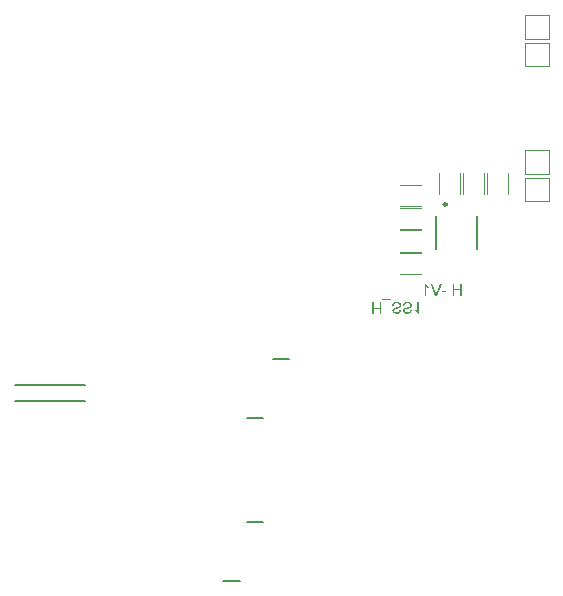
<source format=gbr>
%TF.GenerationSoftware,Altium Limited,Altium Designer,22.9.1 (49)*%
G04 Layer_Color=32896*
%FSLAX45Y45*%
%MOMM*%
%TF.SameCoordinates,B7DE9D22-2107-43EB-A15B-9EDAE082944A*%
%TF.FilePolarity,Positive*%
%TF.FileFunction,Legend,Bot*%
%TF.Part,Single*%
G01*
G75*
%TA.AperFunction,NonConductor*%
%ADD67C,0.25000*%
%ADD68C,0.20000*%
%ADD69C,0.10000*%
G36*
X6425234Y7525078D02*
X6426784Y7522822D01*
X6428617Y7520567D01*
X6430308Y7518593D01*
X6432000Y7516901D01*
X6433269Y7515492D01*
X6433833Y7515069D01*
X6434256Y7514646D01*
X6434397Y7514505D01*
X6434538Y7514364D01*
X6437498Y7511967D01*
X6440458Y7509712D01*
X6443278Y7507738D01*
X6446097Y7506188D01*
X6448494Y7504778D01*
X6449480Y7504214D01*
X6450326Y7503791D01*
X6451031Y7503368D01*
X6451595Y7503227D01*
X6451877Y7502945D01*
X6452018D01*
Y7491386D01*
X6449903Y7492232D01*
X6447789Y7493218D01*
X6445674Y7494205D01*
X6443701Y7495192D01*
X6442009Y7496038D01*
X6440599Y7496743D01*
X6439753Y7497307D01*
X6439612Y7497448D01*
X6439472D01*
X6436934Y7498998D01*
X6434679Y7500549D01*
X6432705Y7501959D01*
X6431154Y7503227D01*
X6429745Y7504214D01*
X6428899Y7505060D01*
X6428194Y7505624D01*
X6428053Y7505765D01*
Y7429500D01*
X6416070D01*
Y7527474D01*
X6423824D01*
X6425234Y7525078D01*
D02*
G37*
G36*
X6728460Y7429500D02*
X6715491D01*
Y7475456D01*
X6665023D01*
Y7429500D01*
X6652054D01*
Y7527051D01*
X6665023D01*
Y7487016D01*
X6715491D01*
Y7527051D01*
X6728460D01*
Y7429500D01*
D02*
G37*
G36*
X6598909Y7458822D02*
X6561833D01*
Y7470804D01*
X6598909D01*
Y7458822D01*
D02*
G37*
G36*
X6519542Y7429500D02*
X6506009D01*
X6467947Y7527051D01*
X6481058D01*
X6507560Y7456143D01*
X6508688Y7453183D01*
X6509675Y7450364D01*
X6510520Y7447685D01*
X6511225Y7445289D01*
X6511930Y7443174D01*
X6512353Y7441623D01*
X6512494Y7441060D01*
X6512635Y7440637D01*
X6512776Y7440355D01*
Y7440214D01*
X6514468Y7445853D01*
X6515313Y7448531D01*
X6516159Y7450927D01*
X6516864Y7453042D01*
X6517146Y7453888D01*
X6517287Y7454734D01*
X6517569Y7455298D01*
X6517710Y7455720D01*
X6517851Y7456002D01*
Y7456143D01*
X6543225Y7527051D01*
X6557322D01*
X6519542Y7429500D01*
D02*
G37*
G36*
X6133653Y7395501D02*
X6054287D01*
Y7404100D01*
X6133653D01*
Y7395501D01*
D02*
G37*
G36*
X6045406Y7279483D02*
X6032437D01*
Y7319518D01*
X5981969D01*
Y7279483D01*
X5969000D01*
Y7377034D01*
X5981969D01*
Y7331078D01*
X6032437D01*
Y7377034D01*
X6045406D01*
Y7279483D01*
D02*
G37*
G36*
X6364844Y7279060D02*
X6357090D01*
X6355681Y7281456D01*
X6354130Y7283712D01*
X6352297Y7285967D01*
X6350606Y7287941D01*
X6348914Y7289632D01*
X6347645Y7291042D01*
X6347082Y7291465D01*
X6346659Y7291888D01*
X6346518Y7292029D01*
X6346377Y7292170D01*
X6343416Y7294566D01*
X6340456Y7296822D01*
X6337637Y7298795D01*
X6334817Y7300346D01*
X6332421Y7301756D01*
X6331434Y7302320D01*
X6330588Y7302743D01*
X6329883Y7303165D01*
X6329319Y7303306D01*
X6329037Y7303588D01*
X6328896D01*
Y7315148D01*
X6331011Y7314302D01*
X6333126Y7313315D01*
X6335240Y7312329D01*
X6337214Y7311342D01*
X6338905Y7310496D01*
X6340315Y7309791D01*
X6341161Y7309227D01*
X6341302Y7309086D01*
X6341443D01*
X6343980Y7307536D01*
X6346236Y7305985D01*
X6348209Y7304575D01*
X6349760Y7303306D01*
X6351170Y7302320D01*
X6352015Y7301474D01*
X6352720Y7300910D01*
X6352861Y7300769D01*
Y7377034D01*
X6364844D01*
Y7279060D01*
D02*
G37*
G36*
X6274623Y7378584D02*
X6278147Y7378162D01*
X6281390Y7377457D01*
X6284068Y7376752D01*
X6286323Y7376188D01*
X6287310Y7375765D01*
X6288156Y7375483D01*
X6288720Y7375201D01*
X6289143Y7375060D01*
X6289425Y7374919D01*
X6289566D01*
X6292526Y7373369D01*
X6295064Y7371677D01*
X6297319Y7369844D01*
X6299152Y7368153D01*
X6300561Y7366743D01*
X6301548Y7365474D01*
X6302253Y7364628D01*
X6302394Y7364487D01*
Y7364346D01*
X6303945Y7361668D01*
X6305072Y7359131D01*
X6305777Y7356734D01*
X6306341Y7354479D01*
X6306623Y7352505D01*
X6306905Y7350954D01*
Y7350390D01*
Y7349968D01*
Y7349827D01*
Y7349686D01*
X6306764Y7346866D01*
X6306341Y7344188D01*
X6305636Y7341791D01*
X6304932Y7339818D01*
X6304086Y7338126D01*
X6303522Y7336857D01*
X6302958Y7336152D01*
X6302817Y7335871D01*
X6301125Y7333756D01*
X6299152Y7331782D01*
X6297037Y7330091D01*
X6294923Y7328540D01*
X6293090Y7327412D01*
X6291539Y7326566D01*
X6290975Y7326285D01*
X6290553Y7326003D01*
X6290271Y7325862D01*
X6290130D01*
X6289002Y7325298D01*
X6287592Y7324875D01*
X6286042Y7324311D01*
X6284350Y7323747D01*
X6280826Y7322760D01*
X6277160Y7321774D01*
X6275469Y7321351D01*
X6273918Y7320928D01*
X6272367Y7320505D01*
X6271099Y7320223D01*
X6270112Y7319941D01*
X6269266Y7319800D01*
X6268702Y7319659D01*
X6268561D01*
X6265742Y7318954D01*
X6263204Y7318390D01*
X6260949Y7317685D01*
X6258975Y7317122D01*
X6257143Y7316417D01*
X6255592Y7315853D01*
X6254182Y7315289D01*
X6252914Y7314866D01*
X6251927Y7314302D01*
X6251081Y7313879D01*
X6250517Y7313597D01*
X6249953Y7313174D01*
X6249248Y7312751D01*
X6249107Y7312610D01*
X6247839Y7311201D01*
X6246993Y7309791D01*
X6246288Y7308381D01*
X6245865Y7306972D01*
X6245583Y7305844D01*
X6245442Y7304857D01*
Y7304293D01*
Y7304011D01*
X6245724Y7301756D01*
X6246288Y7299782D01*
X6247134Y7298091D01*
X6248121Y7296540D01*
X6248966Y7295412D01*
X6249812Y7294425D01*
X6250376Y7293861D01*
X6250658Y7293720D01*
X6251786Y7293016D01*
X6252914Y7292311D01*
X6255592Y7291183D01*
X6258411Y7290478D01*
X6261231Y7289914D01*
X6263768Y7289632D01*
X6264896Y7289491D01*
X6265742Y7289350D01*
X6267715D01*
X6271663Y7289491D01*
X6275187Y7290055D01*
X6278006Y7290901D01*
X6280403Y7291747D01*
X6282235Y7292593D01*
X6283645Y7293439D01*
X6284350Y7294002D01*
X6284632Y7294143D01*
X6286605Y7296117D01*
X6288156Y7298232D01*
X6289425Y7300487D01*
X6290271Y7302743D01*
X6290835Y7304857D01*
X6291257Y7306408D01*
X6291398Y7307113D01*
X6291539Y7307536D01*
Y7307817D01*
Y7307958D01*
X6303945Y7306972D01*
X6303663Y7303870D01*
X6302958Y7301051D01*
X6302253Y7298373D01*
X6301266Y7296117D01*
X6300420Y7294284D01*
X6299716Y7292875D01*
X6299434Y7292452D01*
X6299152Y7292029D01*
X6299011Y7291888D01*
Y7291747D01*
X6297178Y7289350D01*
X6295205Y7287236D01*
X6293090Y7285403D01*
X6290975Y7283994D01*
X6289143Y7282725D01*
X6287733Y7282020D01*
X6287169Y7281738D01*
X6286746Y7281456D01*
X6286464Y7281315D01*
X6286323D01*
X6283222Y7280187D01*
X6279839Y7279342D01*
X6276738Y7278637D01*
X6273777Y7278214D01*
X6271099Y7277932D01*
X6270112D01*
X6269125Y7277791D01*
X6267293D01*
X6263627Y7277932D01*
X6260385Y7278355D01*
X6257284Y7278919D01*
X6254605Y7279483D01*
X6252491Y7280046D01*
X6251504Y7280328D01*
X6250799Y7280610D01*
X6250235Y7280892D01*
X6249812Y7281033D01*
X6249530Y7281174D01*
X6249389D01*
X6246570Y7282584D01*
X6244032Y7284135D01*
X6241918Y7285826D01*
X6240226Y7287377D01*
X6238958Y7288787D01*
X6237971Y7289914D01*
X6237266Y7290760D01*
X6237125Y7290901D01*
Y7291042D01*
X6235715Y7293439D01*
X6234728Y7295835D01*
X6234024Y7298232D01*
X6233601Y7300346D01*
X6233319Y7302179D01*
X6233037Y7303588D01*
Y7304152D01*
Y7304575D01*
Y7304716D01*
Y7304857D01*
X6233178Y7307254D01*
X6233601Y7309509D01*
X6234165Y7311624D01*
X6234728Y7313456D01*
X6235292Y7314866D01*
X6235856Y7315994D01*
X6236279Y7316699D01*
X6236420Y7316981D01*
X6237830Y7318954D01*
X6239521Y7320787D01*
X6241213Y7322337D01*
X6242905Y7323606D01*
X6244314Y7324734D01*
X6245583Y7325439D01*
X6246429Y7326003D01*
X6246570Y7326144D01*
X6246711D01*
X6247839Y7326707D01*
X6249107Y7327271D01*
X6251927Y7328258D01*
X6255169Y7329245D01*
X6258270Y7330232D01*
X6261090Y7331078D01*
X6262359Y7331359D01*
X6263486Y7331641D01*
X6264332Y7331923D01*
X6265037Y7332064D01*
X6265460Y7332205D01*
X6265601D01*
X6267997Y7332769D01*
X6270253Y7333333D01*
X6272226Y7333897D01*
X6273918Y7334320D01*
X6275610Y7334743D01*
X6277019Y7335166D01*
X6278288Y7335448D01*
X6279275Y7335871D01*
X6280262Y7336152D01*
X6280967Y7336293D01*
X6282094Y7336716D01*
X6282799Y7336857D01*
X6282940Y7336998D01*
X6285055Y7337844D01*
X6286887Y7338831D01*
X6288438Y7339818D01*
X6289566Y7340663D01*
X6290553Y7341509D01*
X6291116Y7342073D01*
X6291539Y7342496D01*
X6291680Y7342637D01*
X6292667Y7343906D01*
X6293372Y7345316D01*
X6293795Y7346725D01*
X6294218Y7347853D01*
X6294359Y7348981D01*
X6294500Y7349827D01*
Y7350531D01*
Y7350672D01*
X6294359Y7352364D01*
X6294077Y7353915D01*
X6293654Y7355324D01*
X6293090Y7356452D01*
X6292526Y7357580D01*
X6292103Y7358285D01*
X6291821Y7358849D01*
X6291680Y7358990D01*
X6290553Y7360399D01*
X6289143Y7361527D01*
X6287733Y7362514D01*
X6286464Y7363501D01*
X6285196Y7364065D01*
X6284209Y7364628D01*
X6283504Y7364910D01*
X6283222Y7365051D01*
X6281108Y7365756D01*
X6278852Y7366320D01*
X6276597Y7366602D01*
X6274623Y7366884D01*
X6272931Y7367025D01*
X6271522Y7367166D01*
X6270253D01*
X6267152Y7367025D01*
X6264332Y7366743D01*
X6261795Y7366320D01*
X6259539Y7365756D01*
X6257707Y7365192D01*
X6256297Y7364769D01*
X6255874Y7364628D01*
X6255451Y7364487D01*
X6255310Y7364346D01*
X6255169D01*
X6252914Y7363219D01*
X6250799Y7361950D01*
X6249248Y7360681D01*
X6247839Y7359413D01*
X6246711Y7358426D01*
X6246006Y7357439D01*
X6245583Y7356875D01*
X6245442Y7356734D01*
X6244455Y7354901D01*
X6243469Y7352928D01*
X6242905Y7350813D01*
X6242341Y7348981D01*
X6241918Y7347148D01*
X6241636Y7345879D01*
Y7345316D01*
X6241495Y7344893D01*
Y7344752D01*
Y7344611D01*
X6229372Y7345738D01*
X6229654Y7349263D01*
X6230217Y7352646D01*
X6231063Y7355606D01*
X6232050Y7358285D01*
X6233037Y7360399D01*
X6233460Y7361245D01*
X6233742Y7361950D01*
X6234165Y7362514D01*
X6234306Y7362937D01*
X6234587Y7363219D01*
Y7363360D01*
X6236702Y7366038D01*
X6238958Y7368435D01*
X6241354Y7370408D01*
X6243610Y7372100D01*
X6245583Y7373369D01*
X6247275Y7374214D01*
X6247839Y7374496D01*
X6248262Y7374778D01*
X6248544Y7374919D01*
X6248684D01*
X6252209Y7376188D01*
X6255874Y7377175D01*
X6259539Y7377739D01*
X6263063Y7378302D01*
X6264755Y7378443D01*
X6266165Y7378584D01*
X6267433D01*
X6268561Y7378725D01*
X6270817D01*
X6274623Y7378584D01*
D02*
G37*
G36*
X6183697D02*
X6187222Y7378162D01*
X6190464Y7377457D01*
X6193142Y7376752D01*
X6195398Y7376188D01*
X6196385Y7375765D01*
X6197230Y7375483D01*
X6197794Y7375201D01*
X6198217Y7375060D01*
X6198499Y7374919D01*
X6198640D01*
X6201600Y7373369D01*
X6204138Y7371677D01*
X6206393Y7369844D01*
X6208226Y7368153D01*
X6209636Y7366743D01*
X6210623Y7365474D01*
X6211327Y7364628D01*
X6211468Y7364487D01*
Y7364346D01*
X6213019Y7361668D01*
X6214147Y7359131D01*
X6214852Y7356734D01*
X6215416Y7354479D01*
X6215698Y7352505D01*
X6215979Y7350954D01*
Y7350390D01*
Y7349968D01*
Y7349827D01*
Y7349686D01*
X6215838Y7346866D01*
X6215416Y7344188D01*
X6214711Y7341791D01*
X6214006Y7339818D01*
X6213160Y7338126D01*
X6212596Y7336857D01*
X6212032Y7336152D01*
X6211891Y7335871D01*
X6210200Y7333756D01*
X6208226Y7331782D01*
X6206112Y7330091D01*
X6203997Y7328540D01*
X6202164Y7327412D01*
X6200614Y7326566D01*
X6200050Y7326285D01*
X6199627Y7326003D01*
X6199345Y7325862D01*
X6199204D01*
X6198076Y7325298D01*
X6196667Y7324875D01*
X6195116Y7324311D01*
X6193424Y7323747D01*
X6189900Y7322760D01*
X6186235Y7321774D01*
X6184543Y7321351D01*
X6182992Y7320928D01*
X6181442Y7320505D01*
X6180173Y7320223D01*
X6179186Y7319941D01*
X6178340Y7319800D01*
X6177777Y7319659D01*
X6177636D01*
X6174816Y7318954D01*
X6172279Y7318390D01*
X6170023Y7317685D01*
X6168050Y7317122D01*
X6166217Y7316417D01*
X6164666Y7315853D01*
X6163257Y7315289D01*
X6161988Y7314866D01*
X6161001Y7314302D01*
X6160155Y7313879D01*
X6159591Y7313597D01*
X6159028Y7313174D01*
X6158323Y7312751D01*
X6158182Y7312610D01*
X6156913Y7311201D01*
X6156067Y7309791D01*
X6155362Y7308381D01*
X6154939Y7306972D01*
X6154657Y7305844D01*
X6154517Y7304857D01*
Y7304293D01*
Y7304011D01*
X6154798Y7301756D01*
X6155362Y7299782D01*
X6156208Y7298091D01*
X6157195Y7296540D01*
X6158041Y7295412D01*
X6158887Y7294425D01*
X6159450Y7293861D01*
X6159732Y7293720D01*
X6160860Y7293016D01*
X6161988Y7292311D01*
X6164666Y7291183D01*
X6167486Y7290478D01*
X6170305Y7289914D01*
X6172843Y7289632D01*
X6173970Y7289491D01*
X6174816Y7289350D01*
X6176790D01*
X6180737Y7289491D01*
X6184261Y7290055D01*
X6187081Y7290901D01*
X6189477Y7291747D01*
X6191310Y7292593D01*
X6192719Y7293439D01*
X6193424Y7294002D01*
X6193706Y7294143D01*
X6195680Y7296117D01*
X6197230Y7298232D01*
X6198499Y7300487D01*
X6199345Y7302743D01*
X6199909Y7304857D01*
X6200332Y7306408D01*
X6200473Y7307113D01*
X6200614Y7307536D01*
Y7307817D01*
Y7307958D01*
X6213019Y7306972D01*
X6212737Y7303870D01*
X6212032Y7301051D01*
X6211327Y7298373D01*
X6210341Y7296117D01*
X6209495Y7294284D01*
X6208790Y7292875D01*
X6208508Y7292452D01*
X6208226Y7292029D01*
X6208085Y7291888D01*
Y7291747D01*
X6206253Y7289350D01*
X6204279Y7287236D01*
X6202164Y7285403D01*
X6200050Y7283994D01*
X6198217Y7282725D01*
X6196808Y7282020D01*
X6196244Y7281738D01*
X6195821Y7281456D01*
X6195539Y7281315D01*
X6195398D01*
X6192296Y7280187D01*
X6188913Y7279342D01*
X6185812Y7278637D01*
X6182851Y7278214D01*
X6180173Y7277932D01*
X6179186D01*
X6178199Y7277791D01*
X6176367D01*
X6172702Y7277932D01*
X6169459Y7278355D01*
X6166358Y7278919D01*
X6163680Y7279483D01*
X6161565Y7280046D01*
X6160578Y7280328D01*
X6159873Y7280610D01*
X6159309Y7280892D01*
X6158887Y7281033D01*
X6158605Y7281174D01*
X6158464D01*
X6155644Y7282584D01*
X6153107Y7284135D01*
X6150992Y7285826D01*
X6149301Y7287377D01*
X6148032Y7288787D01*
X6147045Y7289914D01*
X6146340Y7290760D01*
X6146199Y7290901D01*
Y7291042D01*
X6144790Y7293439D01*
X6143803Y7295835D01*
X6143098Y7298232D01*
X6142675Y7300346D01*
X6142393Y7302179D01*
X6142111Y7303588D01*
Y7304152D01*
Y7304575D01*
Y7304716D01*
Y7304857D01*
X6142252Y7307254D01*
X6142675Y7309509D01*
X6143239Y7311624D01*
X6143803Y7313456D01*
X6144367Y7314866D01*
X6144931Y7315994D01*
X6145353Y7316699D01*
X6145494Y7316981D01*
X6146904Y7318954D01*
X6148596Y7320787D01*
X6150287Y7322337D01*
X6151979Y7323606D01*
X6153389Y7324734D01*
X6154657Y7325439D01*
X6155503Y7326003D01*
X6155644Y7326144D01*
X6155785D01*
X6156913Y7326707D01*
X6158182Y7327271D01*
X6161001Y7328258D01*
X6164243Y7329245D01*
X6167345Y7330232D01*
X6170164Y7331078D01*
X6171433Y7331359D01*
X6172561Y7331641D01*
X6173407Y7331923D01*
X6174111Y7332064D01*
X6174534Y7332205D01*
X6174675D01*
X6177072Y7332769D01*
X6179327Y7333333D01*
X6181301Y7333897D01*
X6182992Y7334320D01*
X6184684Y7334743D01*
X6186094Y7335166D01*
X6187363Y7335448D01*
X6188349Y7335871D01*
X6189336Y7336152D01*
X6190041Y7336293D01*
X6191169Y7336716D01*
X6191874Y7336857D01*
X6192015Y7336998D01*
X6194129Y7337844D01*
X6195962Y7338831D01*
X6197512Y7339818D01*
X6198640Y7340663D01*
X6199627Y7341509D01*
X6200191Y7342073D01*
X6200614Y7342496D01*
X6200755Y7342637D01*
X6201741Y7343906D01*
X6202446Y7345316D01*
X6202869Y7346725D01*
X6203292Y7347853D01*
X6203433Y7348981D01*
X6203574Y7349827D01*
Y7350531D01*
Y7350672D01*
X6203433Y7352364D01*
X6203151Y7353915D01*
X6202728Y7355324D01*
X6202164Y7356452D01*
X6201600Y7357580D01*
X6201178Y7358285D01*
X6200896Y7358849D01*
X6200755Y7358990D01*
X6199627Y7360399D01*
X6198217Y7361527D01*
X6196808Y7362514D01*
X6195539Y7363501D01*
X6194270Y7364065D01*
X6193283Y7364628D01*
X6192578Y7364910D01*
X6192296Y7365051D01*
X6190182Y7365756D01*
X6187926Y7366320D01*
X6185671Y7366602D01*
X6183697Y7366884D01*
X6182006Y7367025D01*
X6180596Y7367166D01*
X6179327D01*
X6176226Y7367025D01*
X6173407Y7366743D01*
X6170869Y7366320D01*
X6168614Y7365756D01*
X6166781Y7365192D01*
X6165371Y7364769D01*
X6164948Y7364628D01*
X6164525Y7364487D01*
X6164384Y7364346D01*
X6164243D01*
X6161988Y7363219D01*
X6159873Y7361950D01*
X6158323Y7360681D01*
X6156913Y7359413D01*
X6155785Y7358426D01*
X6155080Y7357439D01*
X6154657Y7356875D01*
X6154517Y7356734D01*
X6153530Y7354901D01*
X6152543Y7352928D01*
X6151979Y7350813D01*
X6151415Y7348981D01*
X6150992Y7347148D01*
X6150710Y7345879D01*
Y7345316D01*
X6150569Y7344893D01*
Y7344752D01*
Y7344611D01*
X6138446Y7345738D01*
X6138728Y7349263D01*
X6139292Y7352646D01*
X6140138Y7355606D01*
X6141124Y7358285D01*
X6142111Y7360399D01*
X6142534Y7361245D01*
X6142816Y7361950D01*
X6143239Y7362514D01*
X6143380Y7362937D01*
X6143662Y7363219D01*
Y7363360D01*
X6145776Y7366038D01*
X6148032Y7368435D01*
X6150428Y7370408D01*
X6152684Y7372100D01*
X6154657Y7373369D01*
X6156349Y7374214D01*
X6156913Y7374496D01*
X6157336Y7374778D01*
X6157618Y7374919D01*
X6157759D01*
X6161283Y7376188D01*
X6164948Y7377175D01*
X6168614Y7377739D01*
X6172138Y7378302D01*
X6173829Y7378443D01*
X6175239Y7378584D01*
X6176508D01*
X6177636Y7378725D01*
X6179891D01*
X6183697Y7378584D01*
D02*
G37*
D67*
X6601448Y8202259D02*
G03*
X6601448Y8202259I-12500J0D01*
G01*
D68*
X2942778Y6675767D02*
X3542778D01*
X2942778Y6535767D02*
X3542778D01*
X5128398Y6898300D02*
X5268398D01*
X6853948Y7826950D02*
Y8106949D01*
X6513948Y7826950D02*
Y8106949D01*
X4709298Y5018600D02*
X4849298D01*
X4908400Y6398600D02*
X5048400D01*
X4909958Y5511460D02*
X5049958D01*
D69*
X7266000Y9607182D02*
X7466000D01*
X7266000Y9807182D02*
X7466000D01*
X7266000Y9607182D02*
Y9807182D01*
X7466000Y9607182D02*
Y9807182D01*
X7266000Y8431200D02*
X7466000D01*
X7266000Y8231200D02*
X7466000D01*
X7266000D02*
Y8431200D01*
X7466000Y8231200D02*
Y8431200D01*
X6917520Y8292000D02*
Y8472000D01*
X6737520D02*
X6737520Y8292000D01*
X6204120Y7613820D02*
X6384120Y7613820D01*
X6204120Y7793820D02*
X6384120D01*
X6203630Y8366528D02*
X6383631D01*
X6203630Y8186528D02*
X6383631Y8186528D01*
X7119388Y8293509D02*
Y8473510D01*
X6939388D02*
X6939388Y8293509D01*
X7266000Y8664182D02*
X7466000D01*
X7266000Y8464182D02*
X7466000D01*
X7266000D02*
Y8664182D01*
X7466000Y8464182D02*
Y8664182D01*
X7266000Y9374200D02*
X7466000D01*
X7266000Y9574200D02*
X7466000D01*
X7266000Y9374200D02*
Y9574200D01*
X7466000Y9374200D02*
Y9574200D01*
X6532988Y8293509D02*
Y8473510D01*
X6712988D02*
X6712988Y8293509D01*
X6204120Y7804320D02*
X6384120Y7804320D01*
X6204120Y7984320D02*
X6384120D01*
X6204120Y8174820D02*
X6384120D01*
X6204120Y7994820D02*
X6384120Y7994820D01*
%TF.MD5,b50fcba14e0152087b081da2dc6408f7*%
M02*

</source>
